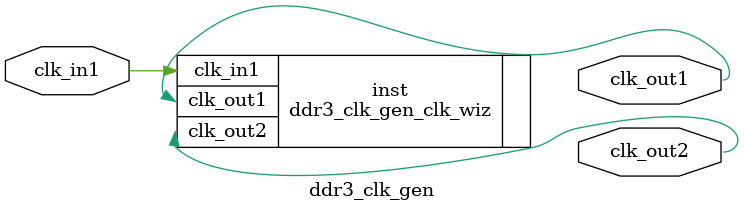
<source format=v>


`timescale 1ps/1ps

(* CORE_GENERATION_INFO = "ddr3_clk_gen,clk_wiz_v6_0_1_0_0,{component_name=ddr3_clk_gen,use_phase_alignment=true,use_min_o_jitter=false,use_max_i_jitter=false,use_dyn_phase_shift=false,use_inclk_switchover=false,use_dyn_reconfig=false,enable_axi=0,feedback_source=FDBK_AUTO,PRIMITIVE=MMCM,num_out_clk=2,clkin1_period=20.000,clkin2_period=10.0,use_power_down=false,use_reset=false,use_locked=false,use_inclk_stopped=false,feedback_type=SINGLE,CLOCK_MGR_TYPE=NA,manual_override=false}" *)

module ddr3_clk_gen 
 (
  // Clock out ports
  output        clk_out1,
  output        clk_out2,
 // Clock in ports
  input         clk_in1
 );

  ddr3_clk_gen_clk_wiz inst
  (
  // Clock out ports  
  .clk_out1(clk_out1),
  .clk_out2(clk_out2),
 // Clock in ports
  .clk_in1(clk_in1)
  );

endmodule

</source>
